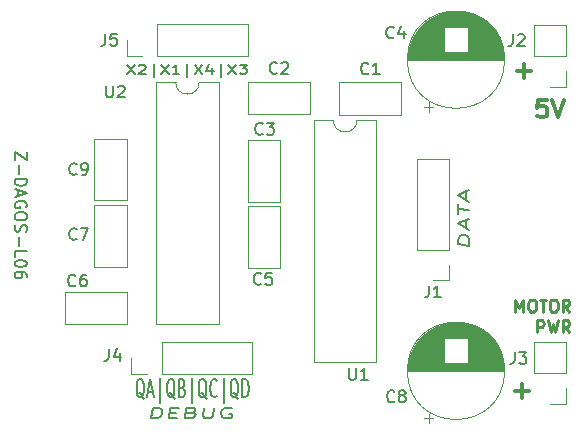
<source format=gbr>
G04 #@! TF.GenerationSoftware,KiCad,Pcbnew,(5.1.5)-3*
G04 #@! TF.CreationDate,2020-05-24T13:05:40-07:00*
G04 #@! TF.ProjectId,DAgostinoZach_L6,4441676f-7374-4696-9e6f-5a6163685f4c,rev?*
G04 #@! TF.SameCoordinates,Original*
G04 #@! TF.FileFunction,Legend,Top*
G04 #@! TF.FilePolarity,Positive*
%FSLAX46Y46*%
G04 Gerber Fmt 4.6, Leading zero omitted, Abs format (unit mm)*
G04 Created by KiCad (PCBNEW (5.1.5)-3) date 2020-05-24 13:05:40*
%MOMM*%
%LPD*%
G04 APERTURE LIST*
%ADD10C,0.150000*%
%ADD11C,0.200000*%
%ADD12C,0.300000*%
%ADD13C,0.250000*%
%ADD14C,0.120000*%
%ADD15C,3.302000*%
%ADD16O,1.702000X1.702000*%
%ADD17R,1.702000X1.702000*%
%ADD18O,1.802000X1.802000*%
%ADD19R,1.802000X1.802000*%
%ADD20C,1.702000*%
G04 APERTURE END LIST*
D10*
X98297619Y-59042857D02*
X98297619Y-59709523D01*
X97297619Y-59042857D01*
X97297619Y-59709523D01*
X97678571Y-60090476D02*
X97678571Y-60852380D01*
X97297619Y-61328571D02*
X98297619Y-61328571D01*
X98297619Y-61566666D01*
X98250000Y-61709523D01*
X98154761Y-61804761D01*
X98059523Y-61852380D01*
X97869047Y-61900000D01*
X97726190Y-61900000D01*
X97535714Y-61852380D01*
X97440476Y-61804761D01*
X97345238Y-61709523D01*
X97297619Y-61566666D01*
X97297619Y-61328571D01*
X97583333Y-62280952D02*
X97583333Y-62757142D01*
X97297619Y-62185714D02*
X98297619Y-62519047D01*
X97297619Y-62852380D01*
X98250000Y-63709523D02*
X98297619Y-63614285D01*
X98297619Y-63471428D01*
X98250000Y-63328571D01*
X98154761Y-63233333D01*
X98059523Y-63185714D01*
X97869047Y-63138095D01*
X97726190Y-63138095D01*
X97535714Y-63185714D01*
X97440476Y-63233333D01*
X97345238Y-63328571D01*
X97297619Y-63471428D01*
X97297619Y-63566666D01*
X97345238Y-63709523D01*
X97392857Y-63757142D01*
X97726190Y-63757142D01*
X97726190Y-63566666D01*
X98297619Y-64376190D02*
X98297619Y-64566666D01*
X98250000Y-64661904D01*
X98154761Y-64757142D01*
X97964285Y-64804761D01*
X97630952Y-64804761D01*
X97440476Y-64757142D01*
X97345238Y-64661904D01*
X97297619Y-64566666D01*
X97297619Y-64376190D01*
X97345238Y-64280952D01*
X97440476Y-64185714D01*
X97630952Y-64138095D01*
X97964285Y-64138095D01*
X98154761Y-64185714D01*
X98250000Y-64280952D01*
X98297619Y-64376190D01*
X97345238Y-65185714D02*
X97297619Y-65328571D01*
X97297619Y-65566666D01*
X97345238Y-65661904D01*
X97392857Y-65709523D01*
X97488095Y-65757142D01*
X97583333Y-65757142D01*
X97678571Y-65709523D01*
X97726190Y-65661904D01*
X97773809Y-65566666D01*
X97821428Y-65376190D01*
X97869047Y-65280952D01*
X97916666Y-65233333D01*
X98011904Y-65185714D01*
X98107142Y-65185714D01*
X98202380Y-65233333D01*
X98250000Y-65280952D01*
X98297619Y-65376190D01*
X98297619Y-65614285D01*
X98250000Y-65757142D01*
X97678571Y-66185714D02*
X97678571Y-66947619D01*
X97297619Y-67900000D02*
X97297619Y-67423809D01*
X98297619Y-67423809D01*
X98297619Y-68423809D02*
X98297619Y-68519047D01*
X98250000Y-68614285D01*
X98202380Y-68661904D01*
X98107142Y-68709523D01*
X97916666Y-68757142D01*
X97678571Y-68757142D01*
X97488095Y-68709523D01*
X97392857Y-68661904D01*
X97345238Y-68614285D01*
X97297619Y-68519047D01*
X97297619Y-68423809D01*
X97345238Y-68328571D01*
X97392857Y-68280952D01*
X97488095Y-68233333D01*
X97678571Y-68185714D01*
X97916666Y-68185714D01*
X98107142Y-68233333D01*
X98202380Y-68280952D01*
X98250000Y-68328571D01*
X98297619Y-68423809D01*
X98297619Y-69614285D02*
X98297619Y-69423809D01*
X98250000Y-69328571D01*
X98202380Y-69280952D01*
X98059523Y-69185714D01*
X97869047Y-69138095D01*
X97488095Y-69138095D01*
X97392857Y-69185714D01*
X97345238Y-69233333D01*
X97297619Y-69328571D01*
X97297619Y-69519047D01*
X97345238Y-69614285D01*
X97392857Y-69661904D01*
X97488095Y-69709523D01*
X97726190Y-69709523D01*
X97821428Y-69661904D01*
X97869047Y-69614285D01*
X97916666Y-69519047D01*
X97916666Y-69328571D01*
X97869047Y-69233333D01*
X97821428Y-69185714D01*
X97726190Y-69138095D01*
D11*
X135757142Y-66945267D02*
X134857142Y-66832767D01*
X134857142Y-66475625D01*
X134900000Y-66266696D01*
X134985714Y-66134553D01*
X135071428Y-66073839D01*
X135242857Y-66023839D01*
X135371428Y-66039910D01*
X135542857Y-66132767D01*
X135628571Y-66214910D01*
X135714285Y-66368482D01*
X135757142Y-66588125D01*
X135757142Y-66945267D01*
X135500000Y-65484553D02*
X135500000Y-64770267D01*
X135757142Y-65659553D02*
X134857142Y-65047053D01*
X135757142Y-64659553D01*
X134857142Y-64261339D02*
X134857142Y-63404196D01*
X135757142Y-63945267D02*
X134857142Y-63832767D01*
X135500000Y-63055982D02*
X135500000Y-62341696D01*
X135757142Y-63230982D02*
X134857142Y-62618482D01*
X135757142Y-62230982D01*
D10*
X106804761Y-51639285D02*
X107471428Y-52389285D01*
X107471428Y-51639285D02*
X106804761Y-52389285D01*
X107804761Y-51710714D02*
X107852380Y-51675000D01*
X107947619Y-51639285D01*
X108185714Y-51639285D01*
X108280952Y-51675000D01*
X108328571Y-51710714D01*
X108376190Y-51782142D01*
X108376190Y-51853571D01*
X108328571Y-51960714D01*
X107757142Y-52389285D01*
X108376190Y-52389285D01*
X109042857Y-52639285D02*
X109042857Y-51567857D01*
X109661904Y-51639285D02*
X110328571Y-52389285D01*
X110328571Y-51639285D02*
X109661904Y-52389285D01*
X111233333Y-52389285D02*
X110661904Y-52389285D01*
X110947619Y-52389285D02*
X110947619Y-51639285D01*
X110852380Y-51746428D01*
X110757142Y-51817857D01*
X110661904Y-51853571D01*
X111900000Y-52639285D02*
X111900000Y-51567857D01*
X112519047Y-51639285D02*
X113185714Y-52389285D01*
X113185714Y-51639285D02*
X112519047Y-52389285D01*
X113995238Y-51889285D02*
X113995238Y-52389285D01*
X113757142Y-51603571D02*
X113519047Y-52139285D01*
X114138095Y-52139285D01*
X114757142Y-52639285D02*
X114757142Y-51567857D01*
X115376190Y-51639285D02*
X116042857Y-52389285D01*
X116042857Y-51639285D02*
X115376190Y-52389285D01*
X116328571Y-51639285D02*
X116947619Y-51639285D01*
X116614285Y-51925000D01*
X116757142Y-51925000D01*
X116852380Y-51960714D01*
X116900000Y-51996428D01*
X116947619Y-52067857D01*
X116947619Y-52246428D01*
X116900000Y-52317857D01*
X116852380Y-52353571D01*
X116757142Y-52389285D01*
X116471428Y-52389285D01*
X116376190Y-52353571D01*
X116328571Y-52317857D01*
D11*
X108847589Y-81557142D02*
X108960089Y-80657142D01*
X109317232Y-80657142D01*
X109526160Y-80700000D01*
X109658303Y-80785714D01*
X109719017Y-80871428D01*
X109769017Y-81042857D01*
X109752946Y-81171428D01*
X109660089Y-81342857D01*
X109577946Y-81428571D01*
X109424375Y-81514285D01*
X109204732Y-81557142D01*
X108847589Y-81557142D01*
X110406517Y-81085714D02*
X110906517Y-81085714D01*
X111061875Y-81557142D02*
X110347589Y-81557142D01*
X110460089Y-80657142D01*
X111174375Y-80657142D01*
X112263660Y-81085714D02*
X112472589Y-81128571D01*
X112538660Y-81171428D01*
X112599375Y-81257142D01*
X112583303Y-81385714D01*
X112501160Y-81471428D01*
X112424375Y-81514285D01*
X112276160Y-81557142D01*
X111704732Y-81557142D01*
X111817232Y-80657142D01*
X112317232Y-80657142D01*
X112454732Y-80700000D01*
X112520803Y-80742857D01*
X112581517Y-80828571D01*
X112570803Y-80914285D01*
X112488660Y-81000000D01*
X112411875Y-81042857D01*
X112263660Y-81085714D01*
X111763660Y-81085714D01*
X113317232Y-80657142D02*
X113226160Y-81385714D01*
X113286875Y-81471428D01*
X113352946Y-81514285D01*
X113490446Y-81557142D01*
X113776160Y-81557142D01*
X113924375Y-81514285D01*
X114001160Y-81471428D01*
X114083303Y-81385714D01*
X114174375Y-80657142D01*
X115669017Y-80700000D02*
X115531517Y-80657142D01*
X115317232Y-80657142D01*
X115097589Y-80700000D01*
X114944017Y-80785714D01*
X114861875Y-80871428D01*
X114769017Y-81042857D01*
X114752946Y-81171428D01*
X114802946Y-81342857D01*
X114863660Y-81428571D01*
X114995803Y-81514285D01*
X115204732Y-81557142D01*
X115347589Y-81557142D01*
X115567232Y-81514285D01*
X115644017Y-81471428D01*
X115681517Y-81171428D01*
X115395803Y-81171428D01*
X108257142Y-79921428D02*
X108171428Y-79850000D01*
X108085714Y-79707142D01*
X107957142Y-79492857D01*
X107871428Y-79421428D01*
X107785714Y-79421428D01*
X107828571Y-79778571D02*
X107742857Y-79707142D01*
X107657142Y-79564285D01*
X107614285Y-79278571D01*
X107614285Y-78778571D01*
X107657142Y-78492857D01*
X107742857Y-78350000D01*
X107828571Y-78278571D01*
X108000000Y-78278571D01*
X108085714Y-78350000D01*
X108171428Y-78492857D01*
X108214285Y-78778571D01*
X108214285Y-79278571D01*
X108171428Y-79564285D01*
X108085714Y-79707142D01*
X108000000Y-79778571D01*
X107828571Y-79778571D01*
X108557142Y-79350000D02*
X108985714Y-79350000D01*
X108471428Y-79778571D02*
X108771428Y-78278571D01*
X109071428Y-79778571D01*
X109585714Y-80278571D02*
X109585714Y-78135714D01*
X110828571Y-79921428D02*
X110742857Y-79850000D01*
X110657142Y-79707142D01*
X110528571Y-79492857D01*
X110442857Y-79421428D01*
X110357142Y-79421428D01*
X110400000Y-79778571D02*
X110314285Y-79707142D01*
X110228571Y-79564285D01*
X110185714Y-79278571D01*
X110185714Y-78778571D01*
X110228571Y-78492857D01*
X110314285Y-78350000D01*
X110400000Y-78278571D01*
X110571428Y-78278571D01*
X110657142Y-78350000D01*
X110742857Y-78492857D01*
X110785714Y-78778571D01*
X110785714Y-79278571D01*
X110742857Y-79564285D01*
X110657142Y-79707142D01*
X110571428Y-79778571D01*
X110400000Y-79778571D01*
X111471428Y-78992857D02*
X111600000Y-79064285D01*
X111642857Y-79135714D01*
X111685714Y-79278571D01*
X111685714Y-79492857D01*
X111642857Y-79635714D01*
X111600000Y-79707142D01*
X111514285Y-79778571D01*
X111171428Y-79778571D01*
X111171428Y-78278571D01*
X111471428Y-78278571D01*
X111557142Y-78350000D01*
X111600000Y-78421428D01*
X111642857Y-78564285D01*
X111642857Y-78707142D01*
X111600000Y-78850000D01*
X111557142Y-78921428D01*
X111471428Y-78992857D01*
X111171428Y-78992857D01*
X112285714Y-80278571D02*
X112285714Y-78135714D01*
X113528571Y-79921428D02*
X113442857Y-79850000D01*
X113357142Y-79707142D01*
X113228571Y-79492857D01*
X113142857Y-79421428D01*
X113057142Y-79421428D01*
X113100000Y-79778571D02*
X113014285Y-79707142D01*
X112928571Y-79564285D01*
X112885714Y-79278571D01*
X112885714Y-78778571D01*
X112928571Y-78492857D01*
X113014285Y-78350000D01*
X113100000Y-78278571D01*
X113271428Y-78278571D01*
X113357142Y-78350000D01*
X113442857Y-78492857D01*
X113485714Y-78778571D01*
X113485714Y-79278571D01*
X113442857Y-79564285D01*
X113357142Y-79707142D01*
X113271428Y-79778571D01*
X113100000Y-79778571D01*
X114385714Y-79635714D02*
X114342857Y-79707142D01*
X114214285Y-79778571D01*
X114128571Y-79778571D01*
X114000000Y-79707142D01*
X113914285Y-79564285D01*
X113871428Y-79421428D01*
X113828571Y-79135714D01*
X113828571Y-78921428D01*
X113871428Y-78635714D01*
X113914285Y-78492857D01*
X114000000Y-78350000D01*
X114128571Y-78278571D01*
X114214285Y-78278571D01*
X114342857Y-78350000D01*
X114385714Y-78421428D01*
X114985714Y-80278571D02*
X114985714Y-78135714D01*
X116228571Y-79921428D02*
X116142857Y-79850000D01*
X116057142Y-79707142D01*
X115928571Y-79492857D01*
X115842857Y-79421428D01*
X115757142Y-79421428D01*
X115800000Y-79778571D02*
X115714285Y-79707142D01*
X115628571Y-79564285D01*
X115585714Y-79278571D01*
X115585714Y-78778571D01*
X115628571Y-78492857D01*
X115714285Y-78350000D01*
X115800000Y-78278571D01*
X115971428Y-78278571D01*
X116057142Y-78350000D01*
X116142857Y-78492857D01*
X116185714Y-78778571D01*
X116185714Y-79278571D01*
X116142857Y-79564285D01*
X116057142Y-79707142D01*
X115971428Y-79778571D01*
X115800000Y-79778571D01*
X116571428Y-79778571D02*
X116571428Y-78278571D01*
X116785714Y-78278571D01*
X116914285Y-78350000D01*
X117000000Y-78492857D01*
X117042857Y-78635714D01*
X117085714Y-78921428D01*
X117085714Y-79135714D01*
X117042857Y-79421428D01*
X117000000Y-79564285D01*
X116914285Y-79707142D01*
X116785714Y-79778571D01*
X116571428Y-79778571D01*
D12*
X139678571Y-79257142D02*
X140821428Y-79257142D01*
X140250000Y-79828571D02*
X140250000Y-78685714D01*
X139828571Y-52157142D02*
X140971428Y-52157142D01*
X140400000Y-52728571D02*
X140400000Y-51585714D01*
X142314285Y-54578571D02*
X141600000Y-54578571D01*
X141528571Y-55292857D01*
X141600000Y-55221428D01*
X141742857Y-55150000D01*
X142100000Y-55150000D01*
X142242857Y-55221428D01*
X142314285Y-55292857D01*
X142385714Y-55435714D01*
X142385714Y-55792857D01*
X142314285Y-55935714D01*
X142242857Y-56007142D01*
X142100000Y-56078571D01*
X141742857Y-56078571D01*
X141600000Y-56007142D01*
X141528571Y-55935714D01*
X142814285Y-54578571D02*
X143314285Y-56078571D01*
X143814285Y-54578571D01*
D13*
X139675595Y-72527380D02*
X139675595Y-71527380D01*
X140008928Y-72241666D01*
X140342261Y-71527380D01*
X140342261Y-72527380D01*
X141008928Y-71527380D02*
X141199404Y-71527380D01*
X141294642Y-71575000D01*
X141389880Y-71670238D01*
X141437500Y-71860714D01*
X141437500Y-72194047D01*
X141389880Y-72384523D01*
X141294642Y-72479761D01*
X141199404Y-72527380D01*
X141008928Y-72527380D01*
X140913690Y-72479761D01*
X140818452Y-72384523D01*
X140770833Y-72194047D01*
X140770833Y-71860714D01*
X140818452Y-71670238D01*
X140913690Y-71575000D01*
X141008928Y-71527380D01*
X141723214Y-71527380D02*
X142294642Y-71527380D01*
X142008928Y-72527380D02*
X142008928Y-71527380D01*
X142818452Y-71527380D02*
X143008928Y-71527380D01*
X143104166Y-71575000D01*
X143199404Y-71670238D01*
X143247023Y-71860714D01*
X143247023Y-72194047D01*
X143199404Y-72384523D01*
X143104166Y-72479761D01*
X143008928Y-72527380D01*
X142818452Y-72527380D01*
X142723214Y-72479761D01*
X142627976Y-72384523D01*
X142580357Y-72194047D01*
X142580357Y-71860714D01*
X142627976Y-71670238D01*
X142723214Y-71575000D01*
X142818452Y-71527380D01*
X144247023Y-72527380D02*
X143913690Y-72051190D01*
X143675595Y-72527380D02*
X143675595Y-71527380D01*
X144056547Y-71527380D01*
X144151785Y-71575000D01*
X144199404Y-71622619D01*
X144247023Y-71717857D01*
X144247023Y-71860714D01*
X144199404Y-71955952D01*
X144151785Y-72003571D01*
X144056547Y-72051190D01*
X143675595Y-72051190D01*
X141532738Y-74277380D02*
X141532738Y-73277380D01*
X141913690Y-73277380D01*
X142008928Y-73325000D01*
X142056547Y-73372619D01*
X142104166Y-73467857D01*
X142104166Y-73610714D01*
X142056547Y-73705952D01*
X142008928Y-73753571D01*
X141913690Y-73801190D01*
X141532738Y-73801190D01*
X142437500Y-73277380D02*
X142675595Y-74277380D01*
X142866071Y-73563095D01*
X143056547Y-74277380D01*
X143294642Y-73277380D01*
X144247023Y-74277380D02*
X143913690Y-73801190D01*
X143675595Y-74277380D02*
X143675595Y-73277380D01*
X144056547Y-73277380D01*
X144151785Y-73325000D01*
X144199404Y-73372619D01*
X144247023Y-73467857D01*
X144247023Y-73610714D01*
X144199404Y-73705952D01*
X144151785Y-73753571D01*
X144056547Y-73801190D01*
X143675595Y-73801190D01*
D14*
X127910000Y-56320000D02*
X126260000Y-56320000D01*
X127910000Y-76760000D02*
X127910000Y-56320000D01*
X122610000Y-76760000D02*
X127910000Y-76760000D01*
X122610000Y-56320000D02*
X122610000Y-76760000D01*
X124260000Y-56320000D02*
X122610000Y-56320000D01*
X126260000Y-56320000D02*
G75*
G02X124260000Y-56320000I-1000000J0D01*
G01*
X114560000Y-53120000D02*
X112910000Y-53120000D01*
X114560000Y-73560000D02*
X114560000Y-53120000D01*
X109260000Y-73560000D02*
X114560000Y-73560000D01*
X109260000Y-53120000D02*
X109260000Y-73560000D01*
X110910000Y-53120000D02*
X109260000Y-53120000D01*
X112910000Y-53120000D02*
G75*
G02X110910000Y-53120000I-1000000J0D01*
G01*
X106770000Y-50880000D02*
X106770000Y-49550000D01*
X108100000Y-50880000D02*
X106770000Y-50880000D01*
X109370000Y-50880000D02*
X109370000Y-48220000D01*
X109370000Y-48220000D02*
X117050000Y-48220000D01*
X109370000Y-50880000D02*
X117050000Y-50880000D01*
X117050000Y-50880000D02*
X117050000Y-48220000D01*
X107120000Y-77780000D02*
X107120000Y-76450000D01*
X108450000Y-77780000D02*
X107120000Y-77780000D01*
X109720000Y-77780000D02*
X109720000Y-75120000D01*
X109720000Y-75120000D02*
X117400000Y-75120000D01*
X109720000Y-77780000D02*
X117400000Y-77780000D01*
X117400000Y-77780000D02*
X117400000Y-75120000D01*
X143930000Y-80330000D02*
X142600000Y-80330000D01*
X143930000Y-79000000D02*
X143930000Y-80330000D01*
X143930000Y-77730000D02*
X141270000Y-77730000D01*
X141270000Y-77730000D02*
X141270000Y-75130000D01*
X143930000Y-77730000D02*
X143930000Y-75130000D01*
X143930000Y-75130000D02*
X141270000Y-75130000D01*
X143930000Y-53480000D02*
X142600000Y-53480000D01*
X143930000Y-52150000D02*
X143930000Y-53480000D01*
X143930000Y-50880000D02*
X141270000Y-50880000D01*
X141270000Y-50880000D02*
X141270000Y-48280000D01*
X143930000Y-50880000D02*
X143930000Y-48280000D01*
X143930000Y-48280000D02*
X141270000Y-48280000D01*
X134030000Y-69880000D02*
X132700000Y-69880000D01*
X134030000Y-68550000D02*
X134030000Y-69880000D01*
X134030000Y-67280000D02*
X131370000Y-67280000D01*
X131370000Y-67280000D02*
X131370000Y-59600000D01*
X134030000Y-67280000D02*
X134030000Y-59600000D01*
X134030000Y-59600000D02*
X131370000Y-59600000D01*
X106770000Y-63120000D02*
X104030000Y-63120000D01*
X106770000Y-57880000D02*
X104030000Y-57880000D01*
X104030000Y-57880000D02*
X104030000Y-63120000D01*
X106770000Y-57880000D02*
X106770000Y-63120000D01*
X131935000Y-81559698D02*
X132735000Y-81559698D01*
X132335000Y-81959698D02*
X132335000Y-81159698D01*
X134117000Y-73469000D02*
X135183000Y-73469000D01*
X133882000Y-73509000D02*
X135418000Y-73509000D01*
X133702000Y-73549000D02*
X135598000Y-73549000D01*
X133552000Y-73589000D02*
X135748000Y-73589000D01*
X133421000Y-73629000D02*
X135879000Y-73629000D01*
X133304000Y-73669000D02*
X135996000Y-73669000D01*
X133197000Y-73709000D02*
X136103000Y-73709000D01*
X133098000Y-73749000D02*
X136202000Y-73749000D01*
X133005000Y-73789000D02*
X136295000Y-73789000D01*
X132919000Y-73829000D02*
X136381000Y-73829000D01*
X132837000Y-73869000D02*
X136463000Y-73869000D01*
X132760000Y-73909000D02*
X136540000Y-73909000D01*
X132686000Y-73949000D02*
X136614000Y-73949000D01*
X132616000Y-73989000D02*
X136684000Y-73989000D01*
X132548000Y-74029000D02*
X136752000Y-74029000D01*
X132484000Y-74069000D02*
X136816000Y-74069000D01*
X132422000Y-74109000D02*
X136878000Y-74109000D01*
X132363000Y-74149000D02*
X136937000Y-74149000D01*
X132305000Y-74189000D02*
X136995000Y-74189000D01*
X132250000Y-74229000D02*
X137050000Y-74229000D01*
X132196000Y-74269000D02*
X137104000Y-74269000D01*
X132145000Y-74309000D02*
X137155000Y-74309000D01*
X132094000Y-74349000D02*
X137206000Y-74349000D01*
X132046000Y-74389000D02*
X137254000Y-74389000D01*
X131999000Y-74429000D02*
X137301000Y-74429000D01*
X131953000Y-74469000D02*
X137347000Y-74469000D01*
X131909000Y-74509000D02*
X137391000Y-74509000D01*
X131866000Y-74549000D02*
X137434000Y-74549000D01*
X131824000Y-74589000D02*
X137476000Y-74589000D01*
X131783000Y-74629000D02*
X137517000Y-74629000D01*
X131743000Y-74669000D02*
X137557000Y-74669000D01*
X131705000Y-74709000D02*
X137595000Y-74709000D01*
X131667000Y-74749000D02*
X137633000Y-74749000D01*
X135690000Y-74789000D02*
X137669000Y-74789000D01*
X131631000Y-74789000D02*
X133610000Y-74789000D01*
X135690000Y-74829000D02*
X137705000Y-74829000D01*
X131595000Y-74829000D02*
X133610000Y-74829000D01*
X135690000Y-74869000D02*
X137740000Y-74869000D01*
X131560000Y-74869000D02*
X133610000Y-74869000D01*
X135690000Y-74909000D02*
X137774000Y-74909000D01*
X131526000Y-74909000D02*
X133610000Y-74909000D01*
X135690000Y-74949000D02*
X137806000Y-74949000D01*
X131494000Y-74949000D02*
X133610000Y-74949000D01*
X135690000Y-74989000D02*
X137839000Y-74989000D01*
X131461000Y-74989000D02*
X133610000Y-74989000D01*
X135690000Y-75029000D02*
X137870000Y-75029000D01*
X131430000Y-75029000D02*
X133610000Y-75029000D01*
X135690000Y-75069000D02*
X137900000Y-75069000D01*
X131400000Y-75069000D02*
X133610000Y-75069000D01*
X135690000Y-75109000D02*
X137930000Y-75109000D01*
X131370000Y-75109000D02*
X133610000Y-75109000D01*
X135690000Y-75149000D02*
X137959000Y-75149000D01*
X131341000Y-75149000D02*
X133610000Y-75149000D01*
X135690000Y-75189000D02*
X137988000Y-75189000D01*
X131312000Y-75189000D02*
X133610000Y-75189000D01*
X135690000Y-75229000D02*
X138015000Y-75229000D01*
X131285000Y-75229000D02*
X133610000Y-75229000D01*
X135690000Y-75269000D02*
X138042000Y-75269000D01*
X131258000Y-75269000D02*
X133610000Y-75269000D01*
X135690000Y-75309000D02*
X138068000Y-75309000D01*
X131232000Y-75309000D02*
X133610000Y-75309000D01*
X135690000Y-75349000D02*
X138094000Y-75349000D01*
X131206000Y-75349000D02*
X133610000Y-75349000D01*
X135690000Y-75389000D02*
X138119000Y-75389000D01*
X131181000Y-75389000D02*
X133610000Y-75389000D01*
X135690000Y-75429000D02*
X138143000Y-75429000D01*
X131157000Y-75429000D02*
X133610000Y-75429000D01*
X135690000Y-75469000D02*
X138167000Y-75469000D01*
X131133000Y-75469000D02*
X133610000Y-75469000D01*
X135690000Y-75509000D02*
X138190000Y-75509000D01*
X131110000Y-75509000D02*
X133610000Y-75509000D01*
X135690000Y-75549000D02*
X138212000Y-75549000D01*
X131088000Y-75549000D02*
X133610000Y-75549000D01*
X135690000Y-75589000D02*
X138234000Y-75589000D01*
X131066000Y-75589000D02*
X133610000Y-75589000D01*
X135690000Y-75629000D02*
X138256000Y-75629000D01*
X131044000Y-75629000D02*
X133610000Y-75629000D01*
X135690000Y-75669000D02*
X138277000Y-75669000D01*
X131023000Y-75669000D02*
X133610000Y-75669000D01*
X135690000Y-75709000D02*
X138297000Y-75709000D01*
X131003000Y-75709000D02*
X133610000Y-75709000D01*
X135690000Y-75749000D02*
X138316000Y-75749000D01*
X130984000Y-75749000D02*
X133610000Y-75749000D01*
X135690000Y-75789000D02*
X138336000Y-75789000D01*
X130964000Y-75789000D02*
X133610000Y-75789000D01*
X135690000Y-75829000D02*
X138354000Y-75829000D01*
X130946000Y-75829000D02*
X133610000Y-75829000D01*
X135690000Y-75869000D02*
X138372000Y-75869000D01*
X130928000Y-75869000D02*
X133610000Y-75869000D01*
X135690000Y-75909000D02*
X138390000Y-75909000D01*
X130910000Y-75909000D02*
X133610000Y-75909000D01*
X135690000Y-75949000D02*
X138407000Y-75949000D01*
X130893000Y-75949000D02*
X133610000Y-75949000D01*
X135690000Y-75989000D02*
X138424000Y-75989000D01*
X130876000Y-75989000D02*
X133610000Y-75989000D01*
X135690000Y-76029000D02*
X138440000Y-76029000D01*
X130860000Y-76029000D02*
X133610000Y-76029000D01*
X135690000Y-76069000D02*
X138455000Y-76069000D01*
X130845000Y-76069000D02*
X133610000Y-76069000D01*
X135690000Y-76109000D02*
X138471000Y-76109000D01*
X130829000Y-76109000D02*
X133610000Y-76109000D01*
X135690000Y-76149000D02*
X138485000Y-76149000D01*
X130815000Y-76149000D02*
X133610000Y-76149000D01*
X135690000Y-76189000D02*
X138500000Y-76189000D01*
X130800000Y-76189000D02*
X133610000Y-76189000D01*
X135690000Y-76229000D02*
X138513000Y-76229000D01*
X130787000Y-76229000D02*
X133610000Y-76229000D01*
X135690000Y-76269000D02*
X138527000Y-76269000D01*
X130773000Y-76269000D02*
X133610000Y-76269000D01*
X135690000Y-76309000D02*
X138539000Y-76309000D01*
X130761000Y-76309000D02*
X133610000Y-76309000D01*
X135690000Y-76349000D02*
X138552000Y-76349000D01*
X130748000Y-76349000D02*
X133610000Y-76349000D01*
X135690000Y-76389000D02*
X138564000Y-76389000D01*
X130736000Y-76389000D02*
X133610000Y-76389000D01*
X135690000Y-76429000D02*
X138575000Y-76429000D01*
X130725000Y-76429000D02*
X133610000Y-76429000D01*
X135690000Y-76469000D02*
X138586000Y-76469000D01*
X130714000Y-76469000D02*
X133610000Y-76469000D01*
X135690000Y-76509000D02*
X138597000Y-76509000D01*
X130703000Y-76509000D02*
X133610000Y-76509000D01*
X135690000Y-76549000D02*
X138607000Y-76549000D01*
X130693000Y-76549000D02*
X133610000Y-76549000D01*
X135690000Y-76589000D02*
X138617000Y-76589000D01*
X130683000Y-76589000D02*
X133610000Y-76589000D01*
X135690000Y-76629000D02*
X138626000Y-76629000D01*
X130674000Y-76629000D02*
X133610000Y-76629000D01*
X135690000Y-76669000D02*
X138635000Y-76669000D01*
X130665000Y-76669000D02*
X133610000Y-76669000D01*
X135690000Y-76709000D02*
X138644000Y-76709000D01*
X130656000Y-76709000D02*
X133610000Y-76709000D01*
X135690000Y-76749000D02*
X138652000Y-76749000D01*
X130648000Y-76749000D02*
X133610000Y-76749000D01*
X135690000Y-76789000D02*
X138660000Y-76789000D01*
X130640000Y-76789000D02*
X133610000Y-76789000D01*
X135690000Y-76829000D02*
X138667000Y-76829000D01*
X130633000Y-76829000D02*
X133610000Y-76829000D01*
X130626000Y-76870000D02*
X138674000Y-76870000D01*
X130620000Y-76910000D02*
X138680000Y-76910000D01*
X130613000Y-76950000D02*
X138687000Y-76950000D01*
X130608000Y-76990000D02*
X138692000Y-76990000D01*
X130602000Y-77030000D02*
X138698000Y-77030000D01*
X130598000Y-77070000D02*
X138702000Y-77070000D01*
X130593000Y-77110000D02*
X138707000Y-77110000D01*
X130589000Y-77150000D02*
X138711000Y-77150000D01*
X130585000Y-77190000D02*
X138715000Y-77190000D01*
X130582000Y-77230000D02*
X138718000Y-77230000D01*
X130579000Y-77270000D02*
X138721000Y-77270000D01*
X130576000Y-77310000D02*
X138724000Y-77310000D01*
X130574000Y-77350000D02*
X138726000Y-77350000D01*
X130573000Y-77390000D02*
X138727000Y-77390000D01*
X130571000Y-77430000D02*
X138729000Y-77430000D01*
X130570000Y-77470000D02*
X138730000Y-77470000D01*
X130570000Y-77510000D02*
X138730000Y-77510000D01*
X130570000Y-77550000D02*
X138730000Y-77550000D01*
X138770000Y-77550000D02*
G75*
G03X138770000Y-77550000I-4120000J0D01*
G01*
X104030000Y-63480000D02*
X106770000Y-63480000D01*
X104030000Y-68720000D02*
X106770000Y-68720000D01*
X106770000Y-68720000D02*
X106770000Y-63480000D01*
X104030000Y-68720000D02*
X104030000Y-63480000D01*
X101530000Y-73620000D02*
X101530000Y-70880000D01*
X106770000Y-73620000D02*
X106770000Y-70880000D01*
X106770000Y-70880000D02*
X101530000Y-70880000D01*
X106770000Y-73620000D02*
X101530000Y-73620000D01*
X117030000Y-63580000D02*
X119770000Y-63580000D01*
X117030000Y-68820000D02*
X119770000Y-68820000D01*
X119770000Y-68820000D02*
X119770000Y-63580000D01*
X117030000Y-68820000D02*
X117030000Y-63580000D01*
X131935000Y-55209698D02*
X132735000Y-55209698D01*
X132335000Y-55609698D02*
X132335000Y-54809698D01*
X134117000Y-47119000D02*
X135183000Y-47119000D01*
X133882000Y-47159000D02*
X135418000Y-47159000D01*
X133702000Y-47199000D02*
X135598000Y-47199000D01*
X133552000Y-47239000D02*
X135748000Y-47239000D01*
X133421000Y-47279000D02*
X135879000Y-47279000D01*
X133304000Y-47319000D02*
X135996000Y-47319000D01*
X133197000Y-47359000D02*
X136103000Y-47359000D01*
X133098000Y-47399000D02*
X136202000Y-47399000D01*
X133005000Y-47439000D02*
X136295000Y-47439000D01*
X132919000Y-47479000D02*
X136381000Y-47479000D01*
X132837000Y-47519000D02*
X136463000Y-47519000D01*
X132760000Y-47559000D02*
X136540000Y-47559000D01*
X132686000Y-47599000D02*
X136614000Y-47599000D01*
X132616000Y-47639000D02*
X136684000Y-47639000D01*
X132548000Y-47679000D02*
X136752000Y-47679000D01*
X132484000Y-47719000D02*
X136816000Y-47719000D01*
X132422000Y-47759000D02*
X136878000Y-47759000D01*
X132363000Y-47799000D02*
X136937000Y-47799000D01*
X132305000Y-47839000D02*
X136995000Y-47839000D01*
X132250000Y-47879000D02*
X137050000Y-47879000D01*
X132196000Y-47919000D02*
X137104000Y-47919000D01*
X132145000Y-47959000D02*
X137155000Y-47959000D01*
X132094000Y-47999000D02*
X137206000Y-47999000D01*
X132046000Y-48039000D02*
X137254000Y-48039000D01*
X131999000Y-48079000D02*
X137301000Y-48079000D01*
X131953000Y-48119000D02*
X137347000Y-48119000D01*
X131909000Y-48159000D02*
X137391000Y-48159000D01*
X131866000Y-48199000D02*
X137434000Y-48199000D01*
X131824000Y-48239000D02*
X137476000Y-48239000D01*
X131783000Y-48279000D02*
X137517000Y-48279000D01*
X131743000Y-48319000D02*
X137557000Y-48319000D01*
X131705000Y-48359000D02*
X137595000Y-48359000D01*
X131667000Y-48399000D02*
X137633000Y-48399000D01*
X135690000Y-48439000D02*
X137669000Y-48439000D01*
X131631000Y-48439000D02*
X133610000Y-48439000D01*
X135690000Y-48479000D02*
X137705000Y-48479000D01*
X131595000Y-48479000D02*
X133610000Y-48479000D01*
X135690000Y-48519000D02*
X137740000Y-48519000D01*
X131560000Y-48519000D02*
X133610000Y-48519000D01*
X135690000Y-48559000D02*
X137774000Y-48559000D01*
X131526000Y-48559000D02*
X133610000Y-48559000D01*
X135690000Y-48599000D02*
X137806000Y-48599000D01*
X131494000Y-48599000D02*
X133610000Y-48599000D01*
X135690000Y-48639000D02*
X137839000Y-48639000D01*
X131461000Y-48639000D02*
X133610000Y-48639000D01*
X135690000Y-48679000D02*
X137870000Y-48679000D01*
X131430000Y-48679000D02*
X133610000Y-48679000D01*
X135690000Y-48719000D02*
X137900000Y-48719000D01*
X131400000Y-48719000D02*
X133610000Y-48719000D01*
X135690000Y-48759000D02*
X137930000Y-48759000D01*
X131370000Y-48759000D02*
X133610000Y-48759000D01*
X135690000Y-48799000D02*
X137959000Y-48799000D01*
X131341000Y-48799000D02*
X133610000Y-48799000D01*
X135690000Y-48839000D02*
X137988000Y-48839000D01*
X131312000Y-48839000D02*
X133610000Y-48839000D01*
X135690000Y-48879000D02*
X138015000Y-48879000D01*
X131285000Y-48879000D02*
X133610000Y-48879000D01*
X135690000Y-48919000D02*
X138042000Y-48919000D01*
X131258000Y-48919000D02*
X133610000Y-48919000D01*
X135690000Y-48959000D02*
X138068000Y-48959000D01*
X131232000Y-48959000D02*
X133610000Y-48959000D01*
X135690000Y-48999000D02*
X138094000Y-48999000D01*
X131206000Y-48999000D02*
X133610000Y-48999000D01*
X135690000Y-49039000D02*
X138119000Y-49039000D01*
X131181000Y-49039000D02*
X133610000Y-49039000D01*
X135690000Y-49079000D02*
X138143000Y-49079000D01*
X131157000Y-49079000D02*
X133610000Y-49079000D01*
X135690000Y-49119000D02*
X138167000Y-49119000D01*
X131133000Y-49119000D02*
X133610000Y-49119000D01*
X135690000Y-49159000D02*
X138190000Y-49159000D01*
X131110000Y-49159000D02*
X133610000Y-49159000D01*
X135690000Y-49199000D02*
X138212000Y-49199000D01*
X131088000Y-49199000D02*
X133610000Y-49199000D01*
X135690000Y-49239000D02*
X138234000Y-49239000D01*
X131066000Y-49239000D02*
X133610000Y-49239000D01*
X135690000Y-49279000D02*
X138256000Y-49279000D01*
X131044000Y-49279000D02*
X133610000Y-49279000D01*
X135690000Y-49319000D02*
X138277000Y-49319000D01*
X131023000Y-49319000D02*
X133610000Y-49319000D01*
X135690000Y-49359000D02*
X138297000Y-49359000D01*
X131003000Y-49359000D02*
X133610000Y-49359000D01*
X135690000Y-49399000D02*
X138316000Y-49399000D01*
X130984000Y-49399000D02*
X133610000Y-49399000D01*
X135690000Y-49439000D02*
X138336000Y-49439000D01*
X130964000Y-49439000D02*
X133610000Y-49439000D01*
X135690000Y-49479000D02*
X138354000Y-49479000D01*
X130946000Y-49479000D02*
X133610000Y-49479000D01*
X135690000Y-49519000D02*
X138372000Y-49519000D01*
X130928000Y-49519000D02*
X133610000Y-49519000D01*
X135690000Y-49559000D02*
X138390000Y-49559000D01*
X130910000Y-49559000D02*
X133610000Y-49559000D01*
X135690000Y-49599000D02*
X138407000Y-49599000D01*
X130893000Y-49599000D02*
X133610000Y-49599000D01*
X135690000Y-49639000D02*
X138424000Y-49639000D01*
X130876000Y-49639000D02*
X133610000Y-49639000D01*
X135690000Y-49679000D02*
X138440000Y-49679000D01*
X130860000Y-49679000D02*
X133610000Y-49679000D01*
X135690000Y-49719000D02*
X138455000Y-49719000D01*
X130845000Y-49719000D02*
X133610000Y-49719000D01*
X135690000Y-49759000D02*
X138471000Y-49759000D01*
X130829000Y-49759000D02*
X133610000Y-49759000D01*
X135690000Y-49799000D02*
X138485000Y-49799000D01*
X130815000Y-49799000D02*
X133610000Y-49799000D01*
X135690000Y-49839000D02*
X138500000Y-49839000D01*
X130800000Y-49839000D02*
X133610000Y-49839000D01*
X135690000Y-49879000D02*
X138513000Y-49879000D01*
X130787000Y-49879000D02*
X133610000Y-49879000D01*
X135690000Y-49919000D02*
X138527000Y-49919000D01*
X130773000Y-49919000D02*
X133610000Y-49919000D01*
X135690000Y-49959000D02*
X138539000Y-49959000D01*
X130761000Y-49959000D02*
X133610000Y-49959000D01*
X135690000Y-49999000D02*
X138552000Y-49999000D01*
X130748000Y-49999000D02*
X133610000Y-49999000D01*
X135690000Y-50039000D02*
X138564000Y-50039000D01*
X130736000Y-50039000D02*
X133610000Y-50039000D01*
X135690000Y-50079000D02*
X138575000Y-50079000D01*
X130725000Y-50079000D02*
X133610000Y-50079000D01*
X135690000Y-50119000D02*
X138586000Y-50119000D01*
X130714000Y-50119000D02*
X133610000Y-50119000D01*
X135690000Y-50159000D02*
X138597000Y-50159000D01*
X130703000Y-50159000D02*
X133610000Y-50159000D01*
X135690000Y-50199000D02*
X138607000Y-50199000D01*
X130693000Y-50199000D02*
X133610000Y-50199000D01*
X135690000Y-50239000D02*
X138617000Y-50239000D01*
X130683000Y-50239000D02*
X133610000Y-50239000D01*
X135690000Y-50279000D02*
X138626000Y-50279000D01*
X130674000Y-50279000D02*
X133610000Y-50279000D01*
X135690000Y-50319000D02*
X138635000Y-50319000D01*
X130665000Y-50319000D02*
X133610000Y-50319000D01*
X135690000Y-50359000D02*
X138644000Y-50359000D01*
X130656000Y-50359000D02*
X133610000Y-50359000D01*
X135690000Y-50399000D02*
X138652000Y-50399000D01*
X130648000Y-50399000D02*
X133610000Y-50399000D01*
X135690000Y-50439000D02*
X138660000Y-50439000D01*
X130640000Y-50439000D02*
X133610000Y-50439000D01*
X135690000Y-50479000D02*
X138667000Y-50479000D01*
X130633000Y-50479000D02*
X133610000Y-50479000D01*
X130626000Y-50520000D02*
X138674000Y-50520000D01*
X130620000Y-50560000D02*
X138680000Y-50560000D01*
X130613000Y-50600000D02*
X138687000Y-50600000D01*
X130608000Y-50640000D02*
X138692000Y-50640000D01*
X130602000Y-50680000D02*
X138698000Y-50680000D01*
X130598000Y-50720000D02*
X138702000Y-50720000D01*
X130593000Y-50760000D02*
X138707000Y-50760000D01*
X130589000Y-50800000D02*
X138711000Y-50800000D01*
X130585000Y-50840000D02*
X138715000Y-50840000D01*
X130582000Y-50880000D02*
X138718000Y-50880000D01*
X130579000Y-50920000D02*
X138721000Y-50920000D01*
X130576000Y-50960000D02*
X138724000Y-50960000D01*
X130574000Y-51000000D02*
X138726000Y-51000000D01*
X130573000Y-51040000D02*
X138727000Y-51040000D01*
X130571000Y-51080000D02*
X138729000Y-51080000D01*
X130570000Y-51120000D02*
X138730000Y-51120000D01*
X130570000Y-51160000D02*
X138730000Y-51160000D01*
X130570000Y-51200000D02*
X138730000Y-51200000D01*
X138770000Y-51200000D02*
G75*
G03X138770000Y-51200000I-4120000J0D01*
G01*
X119770000Y-63220000D02*
X117030000Y-63220000D01*
X119770000Y-57980000D02*
X117030000Y-57980000D01*
X117030000Y-57980000D02*
X117030000Y-63220000D01*
X119770000Y-57980000D02*
X119770000Y-63220000D01*
X122270000Y-53080000D02*
X122270000Y-55820000D01*
X117030000Y-53080000D02*
X117030000Y-55820000D01*
X117030000Y-55820000D02*
X122270000Y-55820000D01*
X117030000Y-53080000D02*
X122270000Y-53080000D01*
X130020000Y-53130000D02*
X130020000Y-55870000D01*
X124780000Y-53130000D02*
X124780000Y-55870000D01*
X124780000Y-55870000D02*
X130020000Y-55870000D01*
X124780000Y-53130000D02*
X130020000Y-53130000D01*
D10*
X125588095Y-77302380D02*
X125588095Y-78111904D01*
X125635714Y-78207142D01*
X125683333Y-78254761D01*
X125778571Y-78302380D01*
X125969047Y-78302380D01*
X126064285Y-78254761D01*
X126111904Y-78207142D01*
X126159523Y-78111904D01*
X126159523Y-77302380D01*
X127159523Y-78302380D02*
X126588095Y-78302380D01*
X126873809Y-78302380D02*
X126873809Y-77302380D01*
X126778571Y-77445238D01*
X126683333Y-77540476D01*
X126588095Y-77588095D01*
X105038095Y-53402380D02*
X105038095Y-54211904D01*
X105085714Y-54307142D01*
X105133333Y-54354761D01*
X105228571Y-54402380D01*
X105419047Y-54402380D01*
X105514285Y-54354761D01*
X105561904Y-54307142D01*
X105609523Y-54211904D01*
X105609523Y-53402380D01*
X106038095Y-53497619D02*
X106085714Y-53450000D01*
X106180952Y-53402380D01*
X106419047Y-53402380D01*
X106514285Y-53450000D01*
X106561904Y-53497619D01*
X106609523Y-53592857D01*
X106609523Y-53688095D01*
X106561904Y-53830952D01*
X105990476Y-54402380D01*
X106609523Y-54402380D01*
X104966666Y-49002380D02*
X104966666Y-49716666D01*
X104919047Y-49859523D01*
X104823809Y-49954761D01*
X104680952Y-50002380D01*
X104585714Y-50002380D01*
X105919047Y-49002380D02*
X105442857Y-49002380D01*
X105395238Y-49478571D01*
X105442857Y-49430952D01*
X105538095Y-49383333D01*
X105776190Y-49383333D01*
X105871428Y-49430952D01*
X105919047Y-49478571D01*
X105966666Y-49573809D01*
X105966666Y-49811904D01*
X105919047Y-49907142D01*
X105871428Y-49954761D01*
X105776190Y-50002380D01*
X105538095Y-50002380D01*
X105442857Y-49954761D01*
X105395238Y-49907142D01*
X105266666Y-75702380D02*
X105266666Y-76416666D01*
X105219047Y-76559523D01*
X105123809Y-76654761D01*
X104980952Y-76702380D01*
X104885714Y-76702380D01*
X106171428Y-76035714D02*
X106171428Y-76702380D01*
X105933333Y-75654761D02*
X105695238Y-76369047D01*
X106314285Y-76369047D01*
X139616666Y-75952380D02*
X139616666Y-76666666D01*
X139569047Y-76809523D01*
X139473809Y-76904761D01*
X139330952Y-76952380D01*
X139235714Y-76952380D01*
X139997619Y-75952380D02*
X140616666Y-75952380D01*
X140283333Y-76333333D01*
X140426190Y-76333333D01*
X140521428Y-76380952D01*
X140569047Y-76428571D01*
X140616666Y-76523809D01*
X140616666Y-76761904D01*
X140569047Y-76857142D01*
X140521428Y-76904761D01*
X140426190Y-76952380D01*
X140140476Y-76952380D01*
X140045238Y-76904761D01*
X139997619Y-76857142D01*
X139466666Y-49052380D02*
X139466666Y-49766666D01*
X139419047Y-49909523D01*
X139323809Y-50004761D01*
X139180952Y-50052380D01*
X139085714Y-50052380D01*
X139895238Y-49147619D02*
X139942857Y-49100000D01*
X140038095Y-49052380D01*
X140276190Y-49052380D01*
X140371428Y-49100000D01*
X140419047Y-49147619D01*
X140466666Y-49242857D01*
X140466666Y-49338095D01*
X140419047Y-49480952D01*
X139847619Y-50052380D01*
X140466666Y-50052380D01*
X132366666Y-70332380D02*
X132366666Y-71046666D01*
X132319047Y-71189523D01*
X132223809Y-71284761D01*
X132080952Y-71332380D01*
X131985714Y-71332380D01*
X133366666Y-71332380D02*
X132795238Y-71332380D01*
X133080952Y-71332380D02*
X133080952Y-70332380D01*
X132985714Y-70475238D01*
X132890476Y-70570476D01*
X132795238Y-70618095D01*
X102533333Y-60857142D02*
X102485714Y-60904761D01*
X102342857Y-60952380D01*
X102247619Y-60952380D01*
X102104761Y-60904761D01*
X102009523Y-60809523D01*
X101961904Y-60714285D01*
X101914285Y-60523809D01*
X101914285Y-60380952D01*
X101961904Y-60190476D01*
X102009523Y-60095238D01*
X102104761Y-60000000D01*
X102247619Y-59952380D01*
X102342857Y-59952380D01*
X102485714Y-60000000D01*
X102533333Y-60047619D01*
X103009523Y-60952380D02*
X103200000Y-60952380D01*
X103295238Y-60904761D01*
X103342857Y-60857142D01*
X103438095Y-60714285D01*
X103485714Y-60523809D01*
X103485714Y-60142857D01*
X103438095Y-60047619D01*
X103390476Y-60000000D01*
X103295238Y-59952380D01*
X103104761Y-59952380D01*
X103009523Y-60000000D01*
X102961904Y-60047619D01*
X102914285Y-60142857D01*
X102914285Y-60380952D01*
X102961904Y-60476190D01*
X103009523Y-60523809D01*
X103104761Y-60571428D01*
X103295238Y-60571428D01*
X103390476Y-60523809D01*
X103438095Y-60476190D01*
X103485714Y-60380952D01*
X129433333Y-80107142D02*
X129385714Y-80154761D01*
X129242857Y-80202380D01*
X129147619Y-80202380D01*
X129004761Y-80154761D01*
X128909523Y-80059523D01*
X128861904Y-79964285D01*
X128814285Y-79773809D01*
X128814285Y-79630952D01*
X128861904Y-79440476D01*
X128909523Y-79345238D01*
X129004761Y-79250000D01*
X129147619Y-79202380D01*
X129242857Y-79202380D01*
X129385714Y-79250000D01*
X129433333Y-79297619D01*
X130004761Y-79630952D02*
X129909523Y-79583333D01*
X129861904Y-79535714D01*
X129814285Y-79440476D01*
X129814285Y-79392857D01*
X129861904Y-79297619D01*
X129909523Y-79250000D01*
X130004761Y-79202380D01*
X130195238Y-79202380D01*
X130290476Y-79250000D01*
X130338095Y-79297619D01*
X130385714Y-79392857D01*
X130385714Y-79440476D01*
X130338095Y-79535714D01*
X130290476Y-79583333D01*
X130195238Y-79630952D01*
X130004761Y-79630952D01*
X129909523Y-79678571D01*
X129861904Y-79726190D01*
X129814285Y-79821428D01*
X129814285Y-80011904D01*
X129861904Y-80107142D01*
X129909523Y-80154761D01*
X130004761Y-80202380D01*
X130195238Y-80202380D01*
X130290476Y-80154761D01*
X130338095Y-80107142D01*
X130385714Y-80011904D01*
X130385714Y-79821428D01*
X130338095Y-79726190D01*
X130290476Y-79678571D01*
X130195238Y-79630952D01*
X102533333Y-66357142D02*
X102485714Y-66404761D01*
X102342857Y-66452380D01*
X102247619Y-66452380D01*
X102104761Y-66404761D01*
X102009523Y-66309523D01*
X101961904Y-66214285D01*
X101914285Y-66023809D01*
X101914285Y-65880952D01*
X101961904Y-65690476D01*
X102009523Y-65595238D01*
X102104761Y-65500000D01*
X102247619Y-65452380D01*
X102342857Y-65452380D01*
X102485714Y-65500000D01*
X102533333Y-65547619D01*
X102866666Y-65452380D02*
X103533333Y-65452380D01*
X103104761Y-66452380D01*
X102433333Y-70307142D02*
X102385714Y-70354761D01*
X102242857Y-70402380D01*
X102147619Y-70402380D01*
X102004761Y-70354761D01*
X101909523Y-70259523D01*
X101861904Y-70164285D01*
X101814285Y-69973809D01*
X101814285Y-69830952D01*
X101861904Y-69640476D01*
X101909523Y-69545238D01*
X102004761Y-69450000D01*
X102147619Y-69402380D01*
X102242857Y-69402380D01*
X102385714Y-69450000D01*
X102433333Y-69497619D01*
X103290476Y-69402380D02*
X103100000Y-69402380D01*
X103004761Y-69450000D01*
X102957142Y-69497619D01*
X102861904Y-69640476D01*
X102814285Y-69830952D01*
X102814285Y-70211904D01*
X102861904Y-70307142D01*
X102909523Y-70354761D01*
X103004761Y-70402380D01*
X103195238Y-70402380D01*
X103290476Y-70354761D01*
X103338095Y-70307142D01*
X103385714Y-70211904D01*
X103385714Y-69973809D01*
X103338095Y-69878571D01*
X103290476Y-69830952D01*
X103195238Y-69783333D01*
X103004761Y-69783333D01*
X102909523Y-69830952D01*
X102861904Y-69878571D01*
X102814285Y-69973809D01*
X118133333Y-70157142D02*
X118085714Y-70204761D01*
X117942857Y-70252380D01*
X117847619Y-70252380D01*
X117704761Y-70204761D01*
X117609523Y-70109523D01*
X117561904Y-70014285D01*
X117514285Y-69823809D01*
X117514285Y-69680952D01*
X117561904Y-69490476D01*
X117609523Y-69395238D01*
X117704761Y-69300000D01*
X117847619Y-69252380D01*
X117942857Y-69252380D01*
X118085714Y-69300000D01*
X118133333Y-69347619D01*
X119038095Y-69252380D02*
X118561904Y-69252380D01*
X118514285Y-69728571D01*
X118561904Y-69680952D01*
X118657142Y-69633333D01*
X118895238Y-69633333D01*
X118990476Y-69680952D01*
X119038095Y-69728571D01*
X119085714Y-69823809D01*
X119085714Y-70061904D01*
X119038095Y-70157142D01*
X118990476Y-70204761D01*
X118895238Y-70252380D01*
X118657142Y-70252380D01*
X118561904Y-70204761D01*
X118514285Y-70157142D01*
X129383333Y-49307142D02*
X129335714Y-49354761D01*
X129192857Y-49402380D01*
X129097619Y-49402380D01*
X128954761Y-49354761D01*
X128859523Y-49259523D01*
X128811904Y-49164285D01*
X128764285Y-48973809D01*
X128764285Y-48830952D01*
X128811904Y-48640476D01*
X128859523Y-48545238D01*
X128954761Y-48450000D01*
X129097619Y-48402380D01*
X129192857Y-48402380D01*
X129335714Y-48450000D01*
X129383333Y-48497619D01*
X130240476Y-48735714D02*
X130240476Y-49402380D01*
X130002380Y-48354761D02*
X129764285Y-49069047D01*
X130383333Y-49069047D01*
X118283333Y-57457142D02*
X118235714Y-57504761D01*
X118092857Y-57552380D01*
X117997619Y-57552380D01*
X117854761Y-57504761D01*
X117759523Y-57409523D01*
X117711904Y-57314285D01*
X117664285Y-57123809D01*
X117664285Y-56980952D01*
X117711904Y-56790476D01*
X117759523Y-56695238D01*
X117854761Y-56600000D01*
X117997619Y-56552380D01*
X118092857Y-56552380D01*
X118235714Y-56600000D01*
X118283333Y-56647619D01*
X118616666Y-56552380D02*
X119235714Y-56552380D01*
X118902380Y-56933333D01*
X119045238Y-56933333D01*
X119140476Y-56980952D01*
X119188095Y-57028571D01*
X119235714Y-57123809D01*
X119235714Y-57361904D01*
X119188095Y-57457142D01*
X119140476Y-57504761D01*
X119045238Y-57552380D01*
X118759523Y-57552380D01*
X118664285Y-57504761D01*
X118616666Y-57457142D01*
X119483333Y-52307142D02*
X119435714Y-52354761D01*
X119292857Y-52402380D01*
X119197619Y-52402380D01*
X119054761Y-52354761D01*
X118959523Y-52259523D01*
X118911904Y-52164285D01*
X118864285Y-51973809D01*
X118864285Y-51830952D01*
X118911904Y-51640476D01*
X118959523Y-51545238D01*
X119054761Y-51450000D01*
X119197619Y-51402380D01*
X119292857Y-51402380D01*
X119435714Y-51450000D01*
X119483333Y-51497619D01*
X119864285Y-51497619D02*
X119911904Y-51450000D01*
X120007142Y-51402380D01*
X120245238Y-51402380D01*
X120340476Y-51450000D01*
X120388095Y-51497619D01*
X120435714Y-51592857D01*
X120435714Y-51688095D01*
X120388095Y-51830952D01*
X119816666Y-52402380D01*
X120435714Y-52402380D01*
X127233333Y-52357142D02*
X127185714Y-52404761D01*
X127042857Y-52452380D01*
X126947619Y-52452380D01*
X126804761Y-52404761D01*
X126709523Y-52309523D01*
X126661904Y-52214285D01*
X126614285Y-52023809D01*
X126614285Y-51880952D01*
X126661904Y-51690476D01*
X126709523Y-51595238D01*
X126804761Y-51500000D01*
X126947619Y-51452380D01*
X127042857Y-51452380D01*
X127185714Y-51500000D01*
X127233333Y-51547619D01*
X128185714Y-52452380D02*
X127614285Y-52452380D01*
X127900000Y-52452380D02*
X127900000Y-51452380D01*
X127804761Y-51595238D01*
X127709523Y-51690476D01*
X127614285Y-51738095D01*
%LPC*%
D15*
X100150000Y-78750000D03*
X100150000Y-50350000D03*
X140950000Y-64850000D03*
D16*
X129070000Y-57650000D03*
X121450000Y-75430000D03*
X129070000Y-60190000D03*
X121450000Y-72890000D03*
X129070000Y-62730000D03*
X121450000Y-70350000D03*
X129070000Y-65270000D03*
X121450000Y-67810000D03*
X129070000Y-67810000D03*
X121450000Y-65270000D03*
X129070000Y-70350000D03*
X121450000Y-62730000D03*
X129070000Y-72890000D03*
X121450000Y-60190000D03*
X129070000Y-75430000D03*
D17*
X121450000Y-57650000D03*
D16*
X115720000Y-54450000D03*
X108100000Y-72230000D03*
X115720000Y-56990000D03*
X108100000Y-69690000D03*
X115720000Y-59530000D03*
X108100000Y-67150000D03*
X115720000Y-62070000D03*
X108100000Y-64610000D03*
X115720000Y-64610000D03*
X108100000Y-62070000D03*
X115720000Y-67150000D03*
X108100000Y-59530000D03*
X115720000Y-69690000D03*
X108100000Y-56990000D03*
X115720000Y-72230000D03*
D17*
X108100000Y-54450000D03*
D18*
X115720000Y-49550000D03*
X113180000Y-49550000D03*
X110640000Y-49550000D03*
D19*
X108100000Y-49550000D03*
D18*
X116070000Y-76450000D03*
X113530000Y-76450000D03*
X110990000Y-76450000D03*
D19*
X108450000Y-76450000D03*
D18*
X142600000Y-76460000D03*
D19*
X142600000Y-79000000D03*
D18*
X142600000Y-49610000D03*
D19*
X142600000Y-52150000D03*
D18*
X132700000Y-60930000D03*
X132700000Y-63470000D03*
X132700000Y-66010000D03*
D19*
X132700000Y-68550000D03*
D20*
X105400000Y-61750000D03*
X105400000Y-59250000D03*
X134650000Y-75800000D03*
D17*
X134650000Y-79300000D03*
D20*
X105400000Y-64850000D03*
X105400000Y-67350000D03*
X102900000Y-72250000D03*
X105400000Y-72250000D03*
X118400000Y-64950000D03*
X118400000Y-67450000D03*
X134650000Y-49450000D03*
D17*
X134650000Y-52950000D03*
D20*
X118400000Y-61850000D03*
X118400000Y-59350000D03*
X120900000Y-54450000D03*
X118400000Y-54450000D03*
X128650000Y-54500000D03*
X126150000Y-54500000D03*
M02*

</source>
